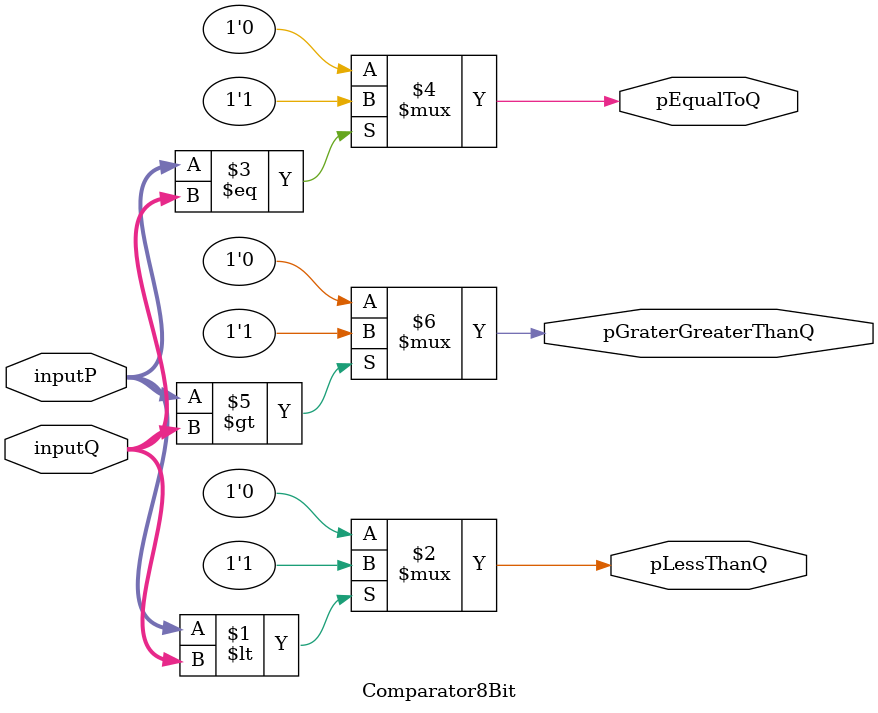
<source format=v>

/*
**********************************************************
** Logic Design Final Project Fall, 2019 Semester
** Amirkabir University of Technology (Tehran Polytechnic)
** Department of Computer Engineering (CEIT-AUT)
** Logic Circuit Design Laboratory
** https://ceit.aut.ac.ir
**********************************************************
** Student ID: XXXXXXX
** Student ID: XXXXXXX
**********************************************************
** Module Name: Comparator8Bit
**********************************************************
** Additional Comments:
*/

module Comparator8Bit(
        inputP,
        inputQ,
        pLessThanQ,
        pEqualToQ,
        pGraterGreaterThanQ
        );
input [7:0] inputP;
input [7:0] inputQ;
output pLessThanQ;
output pEqualToQ;
output pGraterGreaterThanQ;
assign pLessThanQ = inputP < inputQ ? 1'b1 :1'b0 ;
assign pEqualToQ = inputP == inputQ ? 1'b1 :1'b0 ;
assign pGraterGreaterThanQ = inputP > inputQ ? 1'b1 :1'b0 ;
   // write your code here, please.

endmodule

</source>
